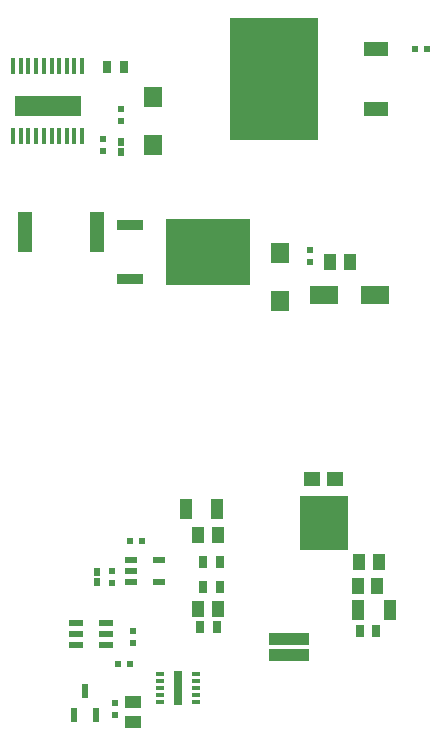
<source format=gbp>
G04*
G04 #@! TF.GenerationSoftware,Altium Limited,Altium Designer,21.2.2 (38)*
G04*
G04 Layer_Color=128*
%FSLAX23Y23*%
%MOIN*%
G70*
G04*
G04 #@! TF.SameCoordinates,6939E313-D8E2-45C8-8463-115B02E7E026*
G04*
G04*
G04 #@! TF.FilePolarity,Positive*
G04*
G01*
G75*
%ADD13R,0.019X0.020*%
%ADD16R,0.058X0.041*%
%ADD20R,0.020X0.019*%
%ADD21R,0.031X0.039*%
%ADD22R,0.024X0.026*%
%ADD52R,0.049X0.024*%
%ADD53R,0.024X0.051*%
%ADD54R,0.039X0.024*%
%ADD55R,0.083X0.048*%
%ADD56R,0.297X0.409*%
%ADD57R,0.031X0.118*%
%ADD58R,0.028X0.016*%
%ADD59R,0.132X0.043*%
%ADD60R,0.041X0.058*%
%ADD61R,0.043X0.067*%
%ADD62R,0.045X0.134*%
%ADD63R,0.063X0.065*%
%ADD64R,0.163X0.183*%
%ADD65R,0.057X0.045*%
%ADD66R,0.093X0.061*%
%ADD67R,0.280X0.220*%
%ADD68R,0.089X0.037*%
%ADD69R,0.224X0.070*%
%ADD70R,0.018X0.055*%
D13*
X1520Y1260D02*
D03*
X1480D02*
D03*
X1560Y1670D02*
D03*
X1520D02*
D03*
X2470Y3310D02*
D03*
X2510D02*
D03*
D16*
X1530Y1067D02*
D03*
Y1133D02*
D03*
D20*
Y1330D02*
D03*
Y1370D02*
D03*
X1470Y1130D02*
D03*
Y1090D02*
D03*
X1460Y1530D02*
D03*
Y1570D02*
D03*
X1490Y3070D02*
D03*
Y3110D02*
D03*
X1430Y2970D02*
D03*
Y3010D02*
D03*
X2120Y2640D02*
D03*
Y2600D02*
D03*
D21*
X2285Y1370D02*
D03*
X2340D02*
D03*
X1752Y1383D02*
D03*
X1808D02*
D03*
X1762Y1518D02*
D03*
X1818D02*
D03*
X1762Y1600D02*
D03*
X1818D02*
D03*
X1442Y3250D02*
D03*
X1498D02*
D03*
D22*
X1410Y1567D02*
D03*
Y1533D02*
D03*
X1488Y3002D02*
D03*
Y2968D02*
D03*
D52*
X1341Y1397D02*
D03*
Y1360D02*
D03*
Y1323D02*
D03*
X1439D02*
D03*
Y1360D02*
D03*
Y1397D02*
D03*
D53*
X1370Y1171D02*
D03*
X1333Y1089D02*
D03*
X1407D02*
D03*
D54*
X1523Y1533D02*
D03*
Y1570D02*
D03*
Y1607D02*
D03*
X1617D02*
D03*
Y1533D02*
D03*
D55*
X2338Y3310D02*
D03*
Y3110D02*
D03*
D56*
X2000Y3210D02*
D03*
D57*
X1680Y1180D02*
D03*
D58*
X1620Y1227D02*
D03*
Y1204D02*
D03*
Y1180D02*
D03*
Y1156D02*
D03*
Y1133D02*
D03*
X1740D02*
D03*
Y1156D02*
D03*
Y1180D02*
D03*
Y1204D02*
D03*
Y1227D02*
D03*
D59*
X2050Y1290D02*
D03*
Y1345D02*
D03*
D60*
X2350Y1600D02*
D03*
X2284D02*
D03*
X1746Y1692D02*
D03*
X1812D02*
D03*
X2344Y1520D02*
D03*
X2278D02*
D03*
X1746Y1445D02*
D03*
X1812D02*
D03*
X2253Y2600D02*
D03*
X2187D02*
D03*
D61*
X1811Y1778D02*
D03*
X1705D02*
D03*
X2279Y1439D02*
D03*
X2385D02*
D03*
D62*
X1170Y2700D02*
D03*
X1410D02*
D03*
D63*
X1595Y3150D02*
D03*
Y2990D02*
D03*
X2020Y2470D02*
D03*
Y2630D02*
D03*
D64*
X2165Y1731D02*
D03*
D65*
X2126Y1878D02*
D03*
X2204D02*
D03*
D66*
X2165Y2490D02*
D03*
X2335D02*
D03*
D67*
X1778Y2635D02*
D03*
D68*
X1520Y2725D02*
D03*
Y2545D02*
D03*
D69*
X1245Y3120D02*
D03*
D70*
X1130Y3253D02*
D03*
X1155D02*
D03*
X1181D02*
D03*
X1206D02*
D03*
X1232D02*
D03*
X1258D02*
D03*
X1283D02*
D03*
X1309D02*
D03*
X1334D02*
D03*
X1360D02*
D03*
X1130Y3020D02*
D03*
X1155D02*
D03*
X1181D02*
D03*
X1206D02*
D03*
X1232D02*
D03*
X1258D02*
D03*
X1283D02*
D03*
X1309D02*
D03*
X1334D02*
D03*
X1360D02*
D03*
M02*

</source>
